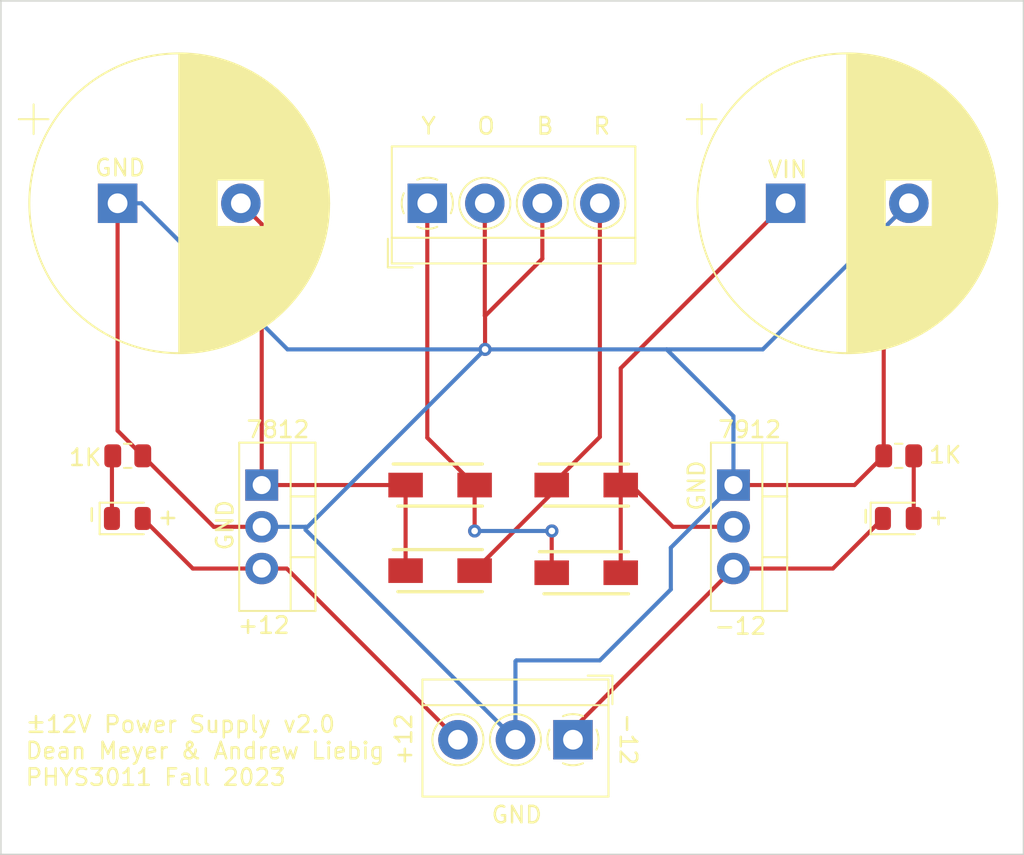
<source format=kicad_pcb>
(kicad_pcb (version 20221018) (generator pcbnew)
  (layers (0 "F.Cu" signal) (31 "B.Cu" signal) (34 "B.Paste" user) (35 "F.Paste" user) (36 "B.SilkS" user "B.Silkscreen") (37 "F.SilkS" user "F.Silkscreen") (38 "B.Mask" user) (39 "F.Mask" user) (44 "Edge.Cuts" user))
  (net 0 "")
  (net 1 "/GND")
  (net 2 "Net-(D5-K)")
  (net 3 "/+12V")
  (net 4 "/-12V")
  (net 5 "Net-(D6-A)")
  (net 6 "Net-(D1-K)")
  (net 7 "Net-(D3-A)")
  (net 8 "Net-(D1-A)")
  (net 9 "Net-(D2-A)")
  (footprint "Diodes:DIOM5126X250N" (layer "F.Cu") (at 160.079 73.533)
    (fp_text reference "D3" hide)
    (fp_text value "1N4001" hide)
    (pad "1" smd rect (at -2.1 0 90) (size 1.5 2.1) (layers "F.Cu" "F.Paste" "F.Mask") (net 9 "Net-(D2-A)"))
    (pad "2" smd rect (at 2.1 0 90) (size 1.5 2.1) (layers "F.Cu" "F.Paste" "F.Mask") (net 7 "Net-(D3-A)"))
  )
  (footprint "Diodes:DIOM5126X250N" (layer "F.Cu") (at 151.189 78.74)
    (fp_text reference "D2" hide)
    (fp_text value "1N4001" hide)
    (pad "1" smd rect (at -2.1 0 90) (size 1.5 2.1) (layers "F.Cu" "F.Paste" "F.Mask") (net 6 "Net-(D1-K)"))
    (pad "2" smd rect (at 2.1 0 90) (size 1.5 2.1) (layers "F.Cu" "F.Paste" "F.Mask") (net 9 "Net-(D2-A)"))
  )
  (footprint "Capacitor_THT:CP_Radial_D18.0mm_P7.50mm" (layer "F.Cu") (at 172.212 56.388)
    (fp_text reference "C2" hide)
    (fp_text value "C" hide)
    (pad "1" thru_hole rect (at 0 0) (size 2.4 2.4) (drill 1.2) (layers "*.Cu" "*.Mask") (net 7 "Net-(D3-A)"))
    (pad "2" thru_hole circle (at 7.5 0) (size 2.4 2.4) (drill 1.2) (layers "*.Cu" "*.Mask") (net 1 "/GND"))
  )
  (footprint "TerminalBlock_4Ucon:TerminalBlock_4Ucon_1x04_P3.50mm_Horizontal" (layer "F.Cu") (at 150.409 56.388)
    (fp_text reference "J1" hide)
    (fp_text value "Screw_Terminal_01x04" hide)
    (pad "1" thru_hole rect (at 0 0) (size 2.4 2.4) (drill 1.2) (layers "*.Cu" "*.Mask") (net 8 "Net-(D1-A)"))
    (pad "2" thru_hole circle (at 3.5 0) (size 2.4 2.4) (drill 1.2) (layers "*.Cu" "*.Mask") (net 1 "/GND"))
    (pad "3" thru_hole circle (at 7 0) (size 2.4 2.4) (drill 1.2) (layers "*.Cu" "*.Mask") (net 1 "/GND"))
    (pad "4" thru_hole circle (at 10.5 0) (size 2.4 2.4) (drill 1.2) (layers "*.Cu" "*.Mask") (net 9 "Net-(D2-A)"))
  )
  (footprint "Resistor_SMD:R_0805_2012Metric" (layer "F.Cu") (at 132.1835 71.755)
    (fp_text reference "R1" hide)
    (fp_text value "R" hide)
    (pad "1" smd roundrect (at -0.9125 0) (size 1.025 1.4) (layers "F.Cu" "F.Paste" "F.Mask") (roundrect_rratio 0.243902439) (net 2 "Net-(D5-K)"))
    (pad "2" smd roundrect (at 0.9125 0) (size 1.025 1.4) (layers "F.Cu" "F.Paste" "F.Mask") (roundrect_rratio 0.243902439) (net 1 "/GND"))
  )
  (footprint "LED_SMD:LED_0805_2012Metric" (layer "F.Cu") (at 179.07 75.565)
    (fp_text reference "D6" hide)
    (fp_text value "LED" hide)
    (pad "1" smd roundrect (at -0.9375 0) (size 0.975 1.4) (layers "F.Cu" "F.Paste" "F.Mask") (net 4 "/-12V"))
    (pad "2" smd roundrect (at 0.9375 0) (size 0.975 1.4) (layers "F.Cu" "F.Paste" "F.Mask") (net 5 "Net-(D6-A)"))
  )
  (footprint "Diodes:DIOM5126X250N" (layer "F.Cu") (at 151.189 73.533)
    (fp_text reference "D1" hide)
    (fp_text value "1N4001" hide)
    (pad "1" smd rect (at -2.1 0 90) (size 1.5 2.1) (layers "F.Cu" "F.Paste" "F.Mask") (net 6 "Net-(D1-K)"))
    (pad "2" smd rect (at 2.1 0 90) (size 1.5 2.1) (layers "F.Cu" "F.Paste" "F.Mask") (net 8 "Net-(D1-A)"))
  )
  (footprint "Package_TO_SOT_THT:TO-220-3_Vertical" (layer "F.Cu") (at 140.335 73.533 -90)
    (fp_text reference "U1" hide)
    (fp_text value "LM7812_TO220" hide)
    (pad "1" thru_hole rect (at 0 0 270) (size 1.905 2) (drill 1.1) (layers "*.Cu" "*.Mask") (net 6 "Net-(D1-K)"))
    (pad "2" thru_hole oval (at 2.54 0 270) (size 1.905 2) (drill 1.1) (layers "*.Cu" "*.Mask") (net 1 "/GND"))
    (pad "3" thru_hole oval (at 5.08 0 270) (size 1.905 2) (drill 1.1) (layers "*.Cu" "*.Mask") (net 3 "/+12V"))
  )
  (footprint "Resistor_SMD:R_0805_2012Metric" (layer "F.Cu") (at 179.0935 71.755)
    (fp_text reference "R2" hide)
    (fp_text value "R" hide)
    (pad "1" smd roundrect (at -0.9125 0) (size 1.025 1.4) (layers "F.Cu" "F.Paste" "F.Mask") (roundrect_rratio 0.243902439) (net 1 "/GND"))
    (pad "2" smd roundrect (at 0.9125 0) (size 1.025 1.4) (layers "F.Cu" "F.Paste" "F.Mask") (roundrect_rratio 0.243902439) (net 5 "Net-(D6-A)"))
  )
  (footprint "Capacitor_THT:CP_Radial_D18.0mm_P7.50mm" (layer "F.Cu") (at 131.565 56.388)
    (fp_text reference "C1" hide)
    (fp_text value "C" hide)
    (pad "1" thru_hole rect (at 0 0) (size 2.4 2.4) (drill 1.2) (layers "*.Cu" "*.Mask") (net 1 "/GND"))
    (pad "2" thru_hole circle (at 7.5 0) (size 2.4 2.4) (drill 1.2) (layers "*.Cu" "*.Mask") (net 6 "Net-(D1-K)"))
  )
  (footprint "LED_SMD:LED_0805_2012Metric" (layer "F.Cu") (at 132.1585 75.565)
    (fp_text reference "D5" hide)
    (fp_text value "LED" hide)
    (pad "1" smd roundrect (at -0.9375 0) (size 0.975 1.4) (layers "F.Cu" "F.Paste" "F.Mask") (net 2 "Net-(D5-K)"))
    (pad "2" smd roundrect (at 0.9375 0) (size 0.975 1.4) (layers "F.Cu" "F.Paste" "F.Mask") (net 3 "/+12V"))
  )
  (footprint "Diodes:DIOM5126X250N" (layer "F.Cu") (at 160.079 78.867)
    (fp_text reference "D4" hide)
    (fp_text value "1N4001" hide)
    (pad "1" smd rect (at -2.1 0 90) (size 1.5 2.1) (layers "F.Cu" "F.Paste" "F.Mask") (net 8 "Net-(D1-A)"))
    (pad "2" smd rect (at 2.1 0 90) (size 1.5 2.1) (layers "F.Cu" "F.Paste" "F.Mask") (net 7 "Net-(D3-A)"))
  )
  (footprint "TerminalBlock_4Ucon:TerminalBlock_4Ucon_1x03_P3.50mm_Horizontal" (layer "F.Cu") (at 159.273 89.027 180)
    (fp_text reference "J2" hide)
    (fp_text value "Screw_Terminal_01x03" hide)
    (pad "1" thru_hole rect (at 0 0 180) (size 2.4 2.4) (drill 1.2) (layers "*.Cu" "*.Mask") (net 4 "/-12V"))
    (pad "2" thru_hole circle (at 3.5 0 180) (size 2.4 2.4) (drill 1.2) (layers "*.Cu" "*.Mask") (net 1 "/GND"))
    (pad "3" thru_hole circle (at 7 0 180) (size 2.4 2.4) (drill 1.2) (layers "*.Cu" "*.Mask") (net 3 "/+12V"))
  )
  (footprint "Package_TO_SOT_THT:TO-220-3_Vertical" (layer "F.Cu") (at 169.037 73.533 -90)
    (fp_text reference "U2" hide)
    (fp_text value "LM7912_TO220" hide)
    (pad "1" thru_hole rect (at 0 0 270) (size 1.905 2) (drill 1.1) (layers "*.Cu" "*.Mask") (net 1 "/GND"))
    (pad "2" thru_hole oval (at 2.54 0 270) (size 1.905 2) (drill 1.1) (layers "*.Cu" "*.Mask") (net 7 "Net-(D3-A)"))
    (pad "3" thru_hole oval (at 5.08 0 270) (size 1.905 2) (drill 1.1) (layers "*.Cu" "*.Mask") (net 4 "/-12V"))
  )
  (gr_line (start 124.46 44.069) (end 186.69 44.069) (stroke (width 0.1)) (layer "Edge.Cuts"))
  (gr_line (start 186.69 96.012) (end 124.46 96.012) (stroke (width 0.1)) (layer "Edge.Cuts"))
  (gr_line (start 124.46 96.012) (end 124.46 44.069) (stroke (width 0.1)) (layer "Edge.Cuts"))
  (gr_line (start 186.69 44.069) (end 186.69 96.012) (stroke (width 0.1)) (layer "Edge.Cuts"))
  (gr_text "+" (at 180.7972 76.0476) (layer "F.SilkS") (effects (font (size 1 1)) (justify left bottom)))
  (gr_text "1K" (at 128.524 72.4408) (layer "F.SilkS") (effects (font (size 1 1)) (justify left bottom)))
  (gr_text "GND" (at 154.2288 94.1832) (layer "F.SilkS") (effects (font (size 1 1)) (justify left bottom)))
  (gr_text "-12" (at 162.052 87.3252 -90) (layer "F.SilkS") (effects (font (size 1 1)) (justify left bottom)))
  (gr_text "O" (at 153.3652 52.2732) (layer "F.SilkS") (effects (font (size 1 1)) (justify left bottom)))
  (gr_text "VIN" (at 171.0436 54.9148) (layer "F.SilkS") (effects (font (size 1 1)) (justify left bottom)))
  (gr_text "+12" (at 149.5552 90.678 90) (layer "F.SilkS") (effects (font (size 1 1)) (justify left bottom)))
  (gr_text "R" (at 160.4264 52.2732) (layer "F.SilkS") (effects (font (size 1 1)) (justify left bottom)))
  (gr_text "1K" (at 180.848 72.2884) (layer "F.SilkS") (effects (font (size 1 1)) (justify left bottom)))
  (gr_text "Y" (at 149.9616 52.2732) (layer "F.SilkS") (effects (font (size 1 1)) (justify left bottom)))
  (gr_text "B" (at 156.972 52.2732) (layer "F.SilkS") (effects (font (size 1 1)) (justify left bottom)))
  (gr_text "GND" (at 138.684 77.597 90) (layer "F.SilkS") (effects (font (size 1 1)) (justify left bottom)))
  (gr_text "-" (at 130.5052 76.0476 90) (layer "F.SilkS") (effects (font (size 1 1)) (justify left bottom)))
  (gr_text "GND" (at 167.386 75.184 90) (layer "F.SilkS") (effects (font (size 1 1)) (justify left bottom)))
  (gr_text "7812" (at 139.319 70.739) (layer "F.SilkS") (effects (font (size 1 1)) (justify left bottom)))
  (gr_text "+12" (at 138.7856 82.6516) (layer "F.SilkS") (effects (font (size 1 1)) (justify left bottom)))
  (gr_text "GND" (at 130.0988 54.8132) (layer "F.SilkS") (effects (font (size 1 1)) (justify left bottom)))
  (gr_text "-" (at 177.5968 76.1492 90) (layer "F.SilkS") (effects (font (size 1 1)) (justify left bottom)))
  (gr_text "±12V Power Supply v2.0\nDean Meyer & Andrew Liebig\nPHYS3011 Fall 2023" (at 125.8824 91.8972) (layer "F.SilkS") (effects (font (size 1 1)) (justify left bottom)))
  (gr_text "-12" (at 167.7924 82.7024) (layer "F.SilkS") (effects (font (size 1 1)) (justify left bottom)))
  (gr_text "+" (at 133.9088 76.0476) (layer "F.SilkS") (effects (font (size 1 1)) (justify left bottom)))
  (gr_text "7912" (at 168.021 70.739) (layer "F.SilkS") (effects (font (size 1 1)) (justify left bottom)))
  (segment (start 153.909 63.231) (end 153.924 63.246) (width 0.25) (layer "F.Cu") (net 1))
  (segment (start 178.181 71.755) (end 178.181 57.919) (width 0.25) (layer "F.Cu") (net 1))
  (segment (start 176.403 73.533) (end 178.181 71.755) (width 0.25) (layer "F.Cu") (net 1))
  (segment (start 169.037 73.533) (end 176.403 73.533) (width 0.25) (layer "F.Cu") (net 1))
  (segment (start 157.409 56.388) (end 157.409 59.761) (width 0.25) (layer "F.Cu") (net 1))
  (segment (start 153.924 63.246) (end 153.924 65.278) (width 0.25) (layer "F.Cu") (net 1))
  (segment (start 178.181 57.919) (end 179.712 56.388) (width 0.25) (layer "F.Cu") (net 1))
  (segment (start 137.414 76.073) (end 133.096 71.755) (width 0.25) (layer "F.Cu") (net 1))
  (segment (start 140.335 76.073) (end 137.414 76.073) (width 0.25) (layer "F.Cu") (net 1))
  (segment (start 157.409 59.761) (end 153.924 63.246) (width 0.25) (layer "F.Cu") (net 1))
  (segment (start 153.909 56.388) (end 153.909 63.231) (width 0.25) (layer "F.Cu") (net 1))
  (segment (start 131.565 70.224) (end 133.096 71.755) (width 0.25) (layer "F.Cu") (net 1))
  (segment (start 131.565 56.388) (end 131.565 70.224) (width 0.25) (layer "F.Cu") (net 1))
  (via (at 153.924 65.278) (size 0.8) (drill 0.4) (layers "F.Cu" "B.Cu") (net 1))
  (segment (start 164.973 65.278) (end 170.822 65.278) (width 0.25) (layer "B.Cu") (net 1))
  (segment (start 153.924 65.278) (end 143.129 76.073) (width 0.25) (layer "B.Cu") (net 1))
  (segment (start 153.924 65.278) (end 164.973 65.278) (width 0.25) (layer "B.Cu") (net 1))
  (segment (start 143.002 76.256) (end 155.773 89.027) (width 0.25) (layer "B.Cu") (net 1))
  (segment (start 155.773 84.257) (end 155.773 89.027) (width 0.25) (layer "B.Cu") (net 1))
  (segment (start 160.909 84.201) (end 155.829 84.201) (width 0.25) (layer "B.Cu") (net 1))
  (segment (start 155.829 84.201) (end 155.773 84.257) (width 0.25) (layer "B.Cu") (net 1))
  (segment (start 165.227 79.883) (end 160.909 84.201) (width 0.25) (layer "B.Cu") (net 1))
  (segment (start 169.037 69.342) (end 169.037 73.533) (width 0.25) (layer "B.Cu") (net 1))
  (segment (start 141.905 65.278) (end 153.924 65.278) (width 0.25) (layer "B.Cu") (net 1))
  (segment (start 170.822 65.278) (end 179.712 56.388) (width 0.25) (layer "B.Cu") (net 1))
  (segment (start 133.015 56.388) (end 141.905 65.278) (width 0.25) (layer "B.Cu") (net 1))
  (segment (start 143.002 76.073) (end 140.335 76.073) (width 0.25) (layer "B.Cu") (net 1))
  (segment (start 169.037 73.533) (end 165.227 77.343) (width 0.25) (layer "B.Cu") (net 1))
  (segment (start 165.227 77.343) (end 165.227 79.883) (width 0.25) (layer "B.Cu") (net 1))
  (segment (start 131.565 56.388) (end 133.015 56.388) (width 0.25) (layer "B.Cu") (net 1))
  (segment (start 143.129 76.073) (end 143.002 76.073) (width 0.25) (layer "B.Cu") (net 1))
  (segment (start 164.973 65.278) (end 169.037 69.342) (width 0.25) (layer "B.Cu") (net 1))
  (segment (start 143.002 76.073) (end 143.002 76.256) (width 0.25) (layer "B.Cu") (net 1))
  (segment (start 131.221 75.565) (end 131.221 71.805) (width 0.25) (layer "F.Cu") (net 2))
  (segment (start 131.221 71.805) (end 131.271 71.755) (width 0.25) (layer "F.Cu") (net 2))
  (segment (start 136.144 78.613) (end 133.096 75.565) (width 0.25) (layer "F.Cu") (net 3))
  (segment (start 140.335 78.613) (end 141.859 78.613) (width 0.25) (layer "F.Cu") (net 3))
  (segment (start 141.859 78.613) (end 152.273 89.027) (width 0.25) (layer "F.Cu") (net 3))
  (segment (start 140.335 78.613) (end 136.144 78.613) (width 0.25) (layer "F.Cu") (net 3))
  (segment (start 159.273 88.377) (end 169.037 78.613) (width 0.25) (layer "F.Cu") (net 4))
  (segment (start 159.273 89.027) (end 159.273 88.377) (width 0.25) (layer "F.Cu") (net 4))
  (segment (start 175.0845 78.613) (end 178.1325 75.565) (width 0.25) (layer "F.Cu") (net 4))
  (segment (start 169.037 78.613) (end 175.0845 78.613) (width 0.25) (layer "F.Cu") (net 4))
  (segment (start 180.0075 75.565) (end 180.0075 71.7565) (width 0.25) (layer "F.Cu") (net 5))
  (segment (start 180.0075 71.7565) (end 180.006 71.755) (width 0.25) (layer "F.Cu") (net 5))
  (segment (start 149.089 73.533) (end 149.089 78.74) (width 0.25) (layer "F.Cu") (net 6))
  (segment (start 149.089 73.533) (end 140.335 73.533) (width 0.25) (layer "F.Cu") (net 6))
  (segment (start 140.335 73.533) (end 140.335 57.658) (width 0.25) (layer "F.Cu") (net 6))
  (segment (start 140.335 57.658) (end 139.065 56.388) (width 0.25) (layer "F.Cu") (net 6))
  (segment (start 165.354 76.073) (end 169.037 76.073) (width 0.25) (layer "F.Cu") (net 7))
  (segment (start 162.179 73.533) (end 162.179 78.867) (width 0.25) (layer "F.Cu") (net 7))
  (segment (start 162.179 73.533) (end 162.814 73.533) (width 0.25) (layer "F.Cu") (net 7))
  (segment (start 162.179 66.421) (end 172.212 56.388) (width 0.25) (layer "F.Cu") (net 7))
  (segment (start 162.179 73.533) (end 162.179 66.421) (width 0.25) (layer "F.Cu") (net 7))
  (segment (start 162.814 73.533) (end 165.354 76.073) (width 0.25) (layer "F.Cu") (net 7))
  (segment (start 150.409 70.653) (end 153.289 73.533) (width 0.25) (layer "F.Cu") (net 8))
  (segment (start 153.289 76.327) (end 153.289 73.533) (width 0.25) (layer "F.Cu") (net 8))
  (segment (start 150.409 56.388) (end 150.409 70.653) (width 0.25) (layer "F.Cu") (net 8))
  (segment (start 157.979 78.867) (end 157.979 76.336) (width 0.25) (layer "F.Cu") (net 8))
  (segment (start 157.979 76.336) (end 157.988 76.327) (width 0.25) (layer "F.Cu") (net 8))
  (via (at 153.289 76.327) (size 0.8) (drill 0.4) (layers "F.Cu" "B.Cu") (net 8))
  (via (at 157.988 76.327) (size 0.8) (drill 0.4) (layers "F.Cu" "B.Cu") (net 8))
  (segment (start 157.988 76.327) (end 153.289 76.327) (width 0.25) (layer "B.Cu") (net 8))
  (segment (start 160.909 70.603) (end 157.979 73.533) (width 0.25) (layer "F.Cu") (net 9))
  (segment (start 160.909 56.388) (end 160.909 70.603) (width 0.25) (layer "F.Cu") (net 9))
  (segment (start 153.289 78.74) (end 157.979 74.05) (width 0.25) (layer "F.Cu") (net 9))
  (segment (start 157.979 74.05) (end 157.979 73.533) (width 0.25) (layer "F.Cu") (net 9))
)
</source>
